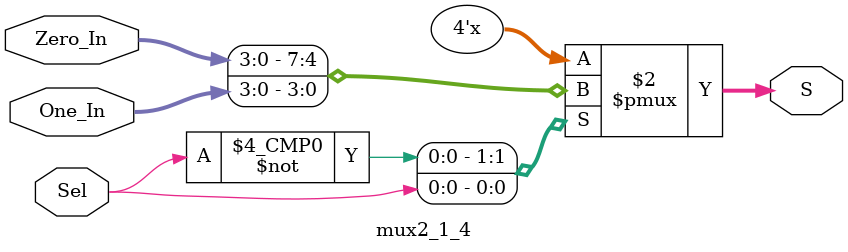
<source format=sv>
module mux2_1_17	(	input				S,
						input				[15:0] A_In,
						input 				[16:0] B_In,
						output logic		[16:0] Q_Out);
						
		// 17 bit parallel multiplexer implemented using case statement
		always_comb
		begin
				unique case(S)
						1'b0	:	Q_Out = {1'b0, A_In};
						1'b1	:	Q_Out = B_In;
				endcase
		end
		
		
endmodule


module mux2_1_4	(input Sel,
				input logic [3:0] Zero_In,
				input logic [3:0] One_In,
				output logic [3:0] S);
						
		// 17 bit parallel multiplexer implemented using case statement
		always_comb
		begin
				unique case(Sel)
						1'b0	:	S = Zero_In;
						1'b1	:	S = One_In;
				endcase
				
		end
		
		
endmodule
</source>
